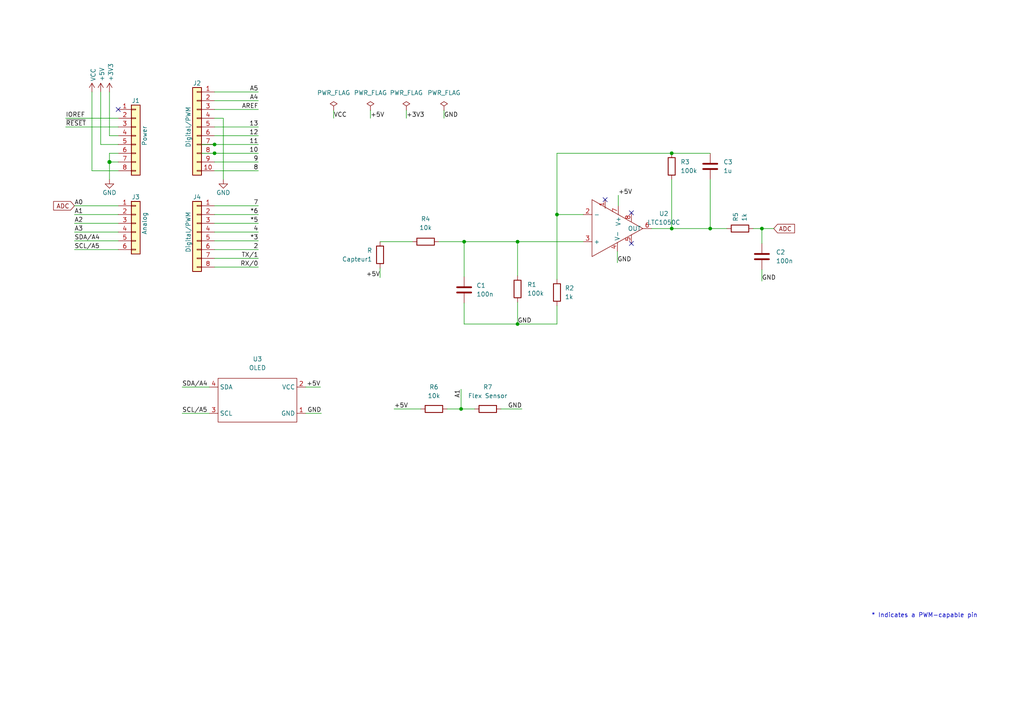
<source format=kicad_sch>
(kicad_sch (version 20211123) (generator eeschema)

  (uuid e63e39d7-6ac0-4ffd-8aa3-1841a4541b55)

  (paper "A4")

  (title_block
    (title "PCB Projet Capteur")
    (date "2023-03-27")
    (company "INSA Toulouse")
    (comment 1 "Emma Lisoir & Nina Alméras")
  )

  (lib_symbols
    (symbol "Connector_Generic:Conn_01x06" (pin_names (offset 1.016) hide) (in_bom yes) (on_board yes)
      (property "Reference" "J" (id 0) (at 0 7.62 0)
        (effects (font (size 1.27 1.27)))
      )
      (property "Value" "Conn_01x06" (id 1) (at 0 -10.16 0)
        (effects (font (size 1.27 1.27)))
      )
      (property "Footprint" "" (id 2) (at 0 0 0)
        (effects (font (size 1.27 1.27)) hide)
      )
      (property "Datasheet" "~" (id 3) (at 0 0 0)
        (effects (font (size 1.27 1.27)) hide)
      )
      (property "ki_keywords" "connector" (id 4) (at 0 0 0)
        (effects (font (size 1.27 1.27)) hide)
      )
      (property "ki_description" "Generic connector, single row, 01x06, script generated (kicad-library-utils/schlib/autogen/connector/)" (id 5) (at 0 0 0)
        (effects (font (size 1.27 1.27)) hide)
      )
      (property "ki_fp_filters" "Connector*:*_1x??_*" (id 6) (at 0 0 0)
        (effects (font (size 1.27 1.27)) hide)
      )
      (symbol "Conn_01x06_1_1"
        (rectangle (start -1.27 -7.493) (end 0 -7.747)
          (stroke (width 0.1524) (type default) (color 0 0 0 0))
          (fill (type none))
        )
        (rectangle (start -1.27 -4.953) (end 0 -5.207)
          (stroke (width 0.1524) (type default) (color 0 0 0 0))
          (fill (type none))
        )
        (rectangle (start -1.27 -2.413) (end 0 -2.667)
          (stroke (width 0.1524) (type default) (color 0 0 0 0))
          (fill (type none))
        )
        (rectangle (start -1.27 0.127) (end 0 -0.127)
          (stroke (width 0.1524) (type default) (color 0 0 0 0))
          (fill (type none))
        )
        (rectangle (start -1.27 2.667) (end 0 2.413)
          (stroke (width 0.1524) (type default) (color 0 0 0 0))
          (fill (type none))
        )
        (rectangle (start -1.27 5.207) (end 0 4.953)
          (stroke (width 0.1524) (type default) (color 0 0 0 0))
          (fill (type none))
        )
        (rectangle (start -1.27 6.35) (end 1.27 -8.89)
          (stroke (width 0.254) (type default) (color 0 0 0 0))
          (fill (type background))
        )
        (pin passive line (at -5.08 5.08 0) (length 3.81)
          (name "Pin_1" (effects (font (size 1.27 1.27))))
          (number "1" (effects (font (size 1.27 1.27))))
        )
        (pin passive line (at -5.08 2.54 0) (length 3.81)
          (name "Pin_2" (effects (font (size 1.27 1.27))))
          (number "2" (effects (font (size 1.27 1.27))))
        )
        (pin passive line (at -5.08 0 0) (length 3.81)
          (name "Pin_3" (effects (font (size 1.27 1.27))))
          (number "3" (effects (font (size 1.27 1.27))))
        )
        (pin passive line (at -5.08 -2.54 0) (length 3.81)
          (name "Pin_4" (effects (font (size 1.27 1.27))))
          (number "4" (effects (font (size 1.27 1.27))))
        )
        (pin passive line (at -5.08 -5.08 0) (length 3.81)
          (name "Pin_5" (effects (font (size 1.27 1.27))))
          (number "5" (effects (font (size 1.27 1.27))))
        )
        (pin passive line (at -5.08 -7.62 0) (length 3.81)
          (name "Pin_6" (effects (font (size 1.27 1.27))))
          (number "6" (effects (font (size 1.27 1.27))))
        )
      )
    )
    (symbol "Connector_Generic:Conn_01x08" (pin_names (offset 1.016) hide) (in_bom yes) (on_board yes)
      (property "Reference" "J" (id 0) (at 0 10.16 0)
        (effects (font (size 1.27 1.27)))
      )
      (property "Value" "Conn_01x08" (id 1) (at 0 -12.7 0)
        (effects (font (size 1.27 1.27)))
      )
      (property "Footprint" "" (id 2) (at 0 0 0)
        (effects (font (size 1.27 1.27)) hide)
      )
      (property "Datasheet" "~" (id 3) (at 0 0 0)
        (effects (font (size 1.27 1.27)) hide)
      )
      (property "ki_keywords" "connector" (id 4) (at 0 0 0)
        (effects (font (size 1.27 1.27)) hide)
      )
      (property "ki_description" "Generic connector, single row, 01x08, script generated (kicad-library-utils/schlib/autogen/connector/)" (id 5) (at 0 0 0)
        (effects (font (size 1.27 1.27)) hide)
      )
      (property "ki_fp_filters" "Connector*:*_1x??_*" (id 6) (at 0 0 0)
        (effects (font (size 1.27 1.27)) hide)
      )
      (symbol "Conn_01x08_1_1"
        (rectangle (start -1.27 -10.033) (end 0 -10.287)
          (stroke (width 0.1524) (type default) (color 0 0 0 0))
          (fill (type none))
        )
        (rectangle (start -1.27 -7.493) (end 0 -7.747)
          (stroke (width 0.1524) (type default) (color 0 0 0 0))
          (fill (type none))
        )
        (rectangle (start -1.27 -4.953) (end 0 -5.207)
          (stroke (width 0.1524) (type default) (color 0 0 0 0))
          (fill (type none))
        )
        (rectangle (start -1.27 -2.413) (end 0 -2.667)
          (stroke (width 0.1524) (type default) (color 0 0 0 0))
          (fill (type none))
        )
        (rectangle (start -1.27 0.127) (end 0 -0.127)
          (stroke (width 0.1524) (type default) (color 0 0 0 0))
          (fill (type none))
        )
        (rectangle (start -1.27 2.667) (end 0 2.413)
          (stroke (width 0.1524) (type default) (color 0 0 0 0))
          (fill (type none))
        )
        (rectangle (start -1.27 5.207) (end 0 4.953)
          (stroke (width 0.1524) (type default) (color 0 0 0 0))
          (fill (type none))
        )
        (rectangle (start -1.27 7.747) (end 0 7.493)
          (stroke (width 0.1524) (type default) (color 0 0 0 0))
          (fill (type none))
        )
        (rectangle (start -1.27 8.89) (end 1.27 -11.43)
          (stroke (width 0.254) (type default) (color 0 0 0 0))
          (fill (type background))
        )
        (pin passive line (at -5.08 7.62 0) (length 3.81)
          (name "Pin_1" (effects (font (size 1.27 1.27))))
          (number "1" (effects (font (size 1.27 1.27))))
        )
        (pin passive line (at -5.08 5.08 0) (length 3.81)
          (name "Pin_2" (effects (font (size 1.27 1.27))))
          (number "2" (effects (font (size 1.27 1.27))))
        )
        (pin passive line (at -5.08 2.54 0) (length 3.81)
          (name "Pin_3" (effects (font (size 1.27 1.27))))
          (number "3" (effects (font (size 1.27 1.27))))
        )
        (pin passive line (at -5.08 0 0) (length 3.81)
          (name "Pin_4" (effects (font (size 1.27 1.27))))
          (number "4" (effects (font (size 1.27 1.27))))
        )
        (pin passive line (at -5.08 -2.54 0) (length 3.81)
          (name "Pin_5" (effects (font (size 1.27 1.27))))
          (number "5" (effects (font (size 1.27 1.27))))
        )
        (pin passive line (at -5.08 -5.08 0) (length 3.81)
          (name "Pin_6" (effects (font (size 1.27 1.27))))
          (number "6" (effects (font (size 1.27 1.27))))
        )
        (pin passive line (at -5.08 -7.62 0) (length 3.81)
          (name "Pin_7" (effects (font (size 1.27 1.27))))
          (number "7" (effects (font (size 1.27 1.27))))
        )
        (pin passive line (at -5.08 -10.16 0) (length 3.81)
          (name "Pin_8" (effects (font (size 1.27 1.27))))
          (number "8" (effects (font (size 1.27 1.27))))
        )
      )
    )
    (symbol "Connector_Generic:Conn_01x10" (pin_names (offset 1.016) hide) (in_bom yes) (on_board yes)
      (property "Reference" "J" (id 0) (at 0 12.7 0)
        (effects (font (size 1.27 1.27)))
      )
      (property "Value" "Conn_01x10" (id 1) (at 0 -15.24 0)
        (effects (font (size 1.27 1.27)))
      )
      (property "Footprint" "" (id 2) (at 0 0 0)
        (effects (font (size 1.27 1.27)) hide)
      )
      (property "Datasheet" "~" (id 3) (at 0 0 0)
        (effects (font (size 1.27 1.27)) hide)
      )
      (property "ki_keywords" "connector" (id 4) (at 0 0 0)
        (effects (font (size 1.27 1.27)) hide)
      )
      (property "ki_description" "Generic connector, single row, 01x10, script generated (kicad-library-utils/schlib/autogen/connector/)" (id 5) (at 0 0 0)
        (effects (font (size 1.27 1.27)) hide)
      )
      (property "ki_fp_filters" "Connector*:*_1x??_*" (id 6) (at 0 0 0)
        (effects (font (size 1.27 1.27)) hide)
      )
      (symbol "Conn_01x10_1_1"
        (rectangle (start -1.27 -12.573) (end 0 -12.827)
          (stroke (width 0.1524) (type default) (color 0 0 0 0))
          (fill (type none))
        )
        (rectangle (start -1.27 -10.033) (end 0 -10.287)
          (stroke (width 0.1524) (type default) (color 0 0 0 0))
          (fill (type none))
        )
        (rectangle (start -1.27 -7.493) (end 0 -7.747)
          (stroke (width 0.1524) (type default) (color 0 0 0 0))
          (fill (type none))
        )
        (rectangle (start -1.27 -4.953) (end 0 -5.207)
          (stroke (width 0.1524) (type default) (color 0 0 0 0))
          (fill (type none))
        )
        (rectangle (start -1.27 -2.413) (end 0 -2.667)
          (stroke (width 0.1524) (type default) (color 0 0 0 0))
          (fill (type none))
        )
        (rectangle (start -1.27 0.127) (end 0 -0.127)
          (stroke (width 0.1524) (type default) (color 0 0 0 0))
          (fill (type none))
        )
        (rectangle (start -1.27 2.667) (end 0 2.413)
          (stroke (width 0.1524) (type default) (color 0 0 0 0))
          (fill (type none))
        )
        (rectangle (start -1.27 5.207) (end 0 4.953)
          (stroke (width 0.1524) (type default) (color 0 0 0 0))
          (fill (type none))
        )
        (rectangle (start -1.27 7.747) (end 0 7.493)
          (stroke (width 0.1524) (type default) (color 0 0 0 0))
          (fill (type none))
        )
        (rectangle (start -1.27 10.287) (end 0 10.033)
          (stroke (width 0.1524) (type default) (color 0 0 0 0))
          (fill (type none))
        )
        (rectangle (start -1.27 11.43) (end 1.27 -13.97)
          (stroke (width 0.254) (type default) (color 0 0 0 0))
          (fill (type background))
        )
        (pin passive line (at -5.08 10.16 0) (length 3.81)
          (name "Pin_1" (effects (font (size 1.27 1.27))))
          (number "1" (effects (font (size 1.27 1.27))))
        )
        (pin passive line (at -5.08 -12.7 0) (length 3.81)
          (name "Pin_10" (effects (font (size 1.27 1.27))))
          (number "10" (effects (font (size 1.27 1.27))))
        )
        (pin passive line (at -5.08 7.62 0) (length 3.81)
          (name "Pin_2" (effects (font (size 1.27 1.27))))
          (number "2" (effects (font (size 1.27 1.27))))
        )
        (pin passive line (at -5.08 5.08 0) (length 3.81)
          (name "Pin_3" (effects (font (size 1.27 1.27))))
          (number "3" (effects (font (size 1.27 1.27))))
        )
        (pin passive line (at -5.08 2.54 0) (length 3.81)
          (name "Pin_4" (effects (font (size 1.27 1.27))))
          (number "4" (effects (font (size 1.27 1.27))))
        )
        (pin passive line (at -5.08 0 0) (length 3.81)
          (name "Pin_5" (effects (font (size 1.27 1.27))))
          (number "5" (effects (font (size 1.27 1.27))))
        )
        (pin passive line (at -5.08 -2.54 0) (length 3.81)
          (name "Pin_6" (effects (font (size 1.27 1.27))))
          (number "6" (effects (font (size 1.27 1.27))))
        )
        (pin passive line (at -5.08 -5.08 0) (length 3.81)
          (name "Pin_7" (effects (font (size 1.27 1.27))))
          (number "7" (effects (font (size 1.27 1.27))))
        )
        (pin passive line (at -5.08 -7.62 0) (length 3.81)
          (name "Pin_8" (effects (font (size 1.27 1.27))))
          (number "8" (effects (font (size 1.27 1.27))))
        )
        (pin passive line (at -5.08 -10.16 0) (length 3.81)
          (name "Pin_9" (effects (font (size 1.27 1.27))))
          (number "9" (effects (font (size 1.27 1.27))))
        )
      )
    )
    (symbol "Device:C" (pin_numbers hide) (pin_names (offset 0.254)) (in_bom yes) (on_board yes)
      (property "Reference" "C" (id 0) (at 0.635 2.54 0)
        (effects (font (size 1.27 1.27)) (justify left))
      )
      (property "Value" "C" (id 1) (at 0.635 -2.54 0)
        (effects (font (size 1.27 1.27)) (justify left))
      )
      (property "Footprint" "" (id 2) (at 0.9652 -3.81 0)
        (effects (font (size 1.27 1.27)) hide)
      )
      (property "Datasheet" "~" (id 3) (at 0 0 0)
        (effects (font (size 1.27 1.27)) hide)
      )
      (property "ki_keywords" "cap capacitor" (id 4) (at 0 0 0)
        (effects (font (size 1.27 1.27)) hide)
      )
      (property "ki_description" "Unpolarized capacitor" (id 5) (at 0 0 0)
        (effects (font (size 1.27 1.27)) hide)
      )
      (property "ki_fp_filters" "C_*" (id 6) (at 0 0 0)
        (effects (font (size 1.27 1.27)) hide)
      )
      (symbol "C_0_1"
        (polyline
          (pts
            (xy -2.032 -0.762)
            (xy 2.032 -0.762)
          )
          (stroke (width 0.508) (type default) (color 0 0 0 0))
          (fill (type none))
        )
        (polyline
          (pts
            (xy -2.032 0.762)
            (xy 2.032 0.762)
          )
          (stroke (width 0.508) (type default) (color 0 0 0 0))
          (fill (type none))
        )
      )
      (symbol "C_1_1"
        (pin passive line (at 0 3.81 270) (length 2.794)
          (name "~" (effects (font (size 1.27 1.27))))
          (number "1" (effects (font (size 1.27 1.27))))
        )
        (pin passive line (at 0 -3.81 90) (length 2.794)
          (name "~" (effects (font (size 1.27 1.27))))
          (number "2" (effects (font (size 1.27 1.27))))
        )
      )
    )
    (symbol "Device:R" (pin_numbers hide) (pin_names (offset 0)) (in_bom yes) (on_board yes)
      (property "Reference" "R" (id 0) (at 2.032 0 90)
        (effects (font (size 1.27 1.27)))
      )
      (property "Value" "R" (id 1) (at 0 0 90)
        (effects (font (size 1.27 1.27)))
      )
      (property "Footprint" "" (id 2) (at -1.778 0 90)
        (effects (font (size 1.27 1.27)) hide)
      )
      (property "Datasheet" "~" (id 3) (at 0 0 0)
        (effects (font (size 1.27 1.27)) hide)
      )
      (property "ki_keywords" "R res resistor" (id 4) (at 0 0 0)
        (effects (font (size 1.27 1.27)) hide)
      )
      (property "ki_description" "Resistor" (id 5) (at 0 0 0)
        (effects (font (size 1.27 1.27)) hide)
      )
      (property "ki_fp_filters" "R_*" (id 6) (at 0 0 0)
        (effects (font (size 1.27 1.27)) hide)
      )
      (symbol "R_0_1"
        (rectangle (start -1.016 -2.54) (end 1.016 2.54)
          (stroke (width 0.254) (type default) (color 0 0 0 0))
          (fill (type none))
        )
      )
      (symbol "R_1_1"
        (pin passive line (at 0 3.81 270) (length 1.27)
          (name "~" (effects (font (size 1.27 1.27))))
          (number "1" (effects (font (size 1.27 1.27))))
        )
        (pin passive line (at 0 -3.81 90) (length 1.27)
          (name "~" (effects (font (size 1.27 1.27))))
          (number "2" (effects (font (size 1.27 1.27))))
        )
      )
    )
    (symbol "Librairie_Capteur_Graphite:LTC1050C" (in_bom yes) (on_board yes)
      (property "Reference" "U" (id 0) (at 6.35 -5.08 0)
        (effects (font (size 1.27 1.27)))
      )
      (property "Value" "LTC1050C" (id 1) (at 6.35 -7.62 0)
        (effects (font (size 1.27 1.27)))
      )
      (property "Footprint" "" (id 2) (at 0 0 0)
        (effects (font (size 1.27 1.27)) hide)
      )
      (property "Datasheet" "" (id 3) (at 0 0 0)
        (effects (font (size 1.27 1.27)) hide)
      )
      (symbol "LTC1050C_0_1"
        (polyline
          (pts
            (xy -12.7 -5.08)
            (xy -12.7 -21.59)
            (xy 2.032 -13.462)
            (xy -12.7 -5.08)
          )
          (stroke (width 0) (type default) (color 0 0 0 0))
          (fill (type none))
        )
      )
      (symbol "LTC1050C_1_1"
        (pin input line (at -8.89 -5.08 270) (length 2.54)
          (name "" (effects (font (size 1.27 1.27))))
          (number "1" (effects (font (size 1.27 1.27))))
        )
        (pin input line (at -15.24 -9.398 0) (length 2.54)
          (name "-" (effects (font (size 1.27 1.27))))
          (number "2" (effects (font (size 1.27 1.27))))
        )
        (pin input line (at -15.24 -17.272 0) (length 2.54)
          (name "+" (effects (font (size 1.27 1.27))))
          (number "3" (effects (font (size 1.27 1.27))))
        )
        (pin input line (at -5.334 -20.066 90) (length 2.54)
          (name "V-" (effects (font (size 1.27 1.27))))
          (number "4" (effects (font (size 1.27 1.27))))
        )
        (pin input line (at -1.27 -17.78 90) (length 2.54)
          (name "" (effects (font (size 1.27 1.27))))
          (number "5" (effects (font (size 1.27 1.27))))
        )
        (pin output line (at 4.572 -13.462 180) (length 2.54)
          (name "OUT" (effects (font (size 1.27 1.27))))
          (number "6" (effects (font (size 1.27 1.27))))
        )
        (pin input line (at -5.08 -6.858 270) (length 2.54)
          (name "V+" (effects (font (size 1.27 1.27))))
          (number "7" (effects (font (size 1.27 1.27))))
        )
        (pin input line (at -1.27 -8.89 270) (length 2.54)
          (name "" (effects (font (size 1.27 1.27))))
          (number "8" (effects (font (size 1.27 1.27))))
        )
      )
    )
    (symbol "OLED_1" (in_bom yes) (on_board yes)
      (property "Reference" "U3" (id 0) (at 0 0 0)
        (effects (font (size 1.27 1.27)))
      )
      (property "Value" "OLED_1" (id 1) (at 0 -8.89 0)
        (effects (font (size 1.27 1.27)))
      )
      (property "Footprint" "" (id 2) (at 0 0 0)
        (effects (font (size 1.27 1.27)) hide)
      )
      (property "Datasheet" "" (id 3) (at 0 0 0)
        (effects (font (size 1.27 1.27)) hide)
      )
      (symbol "OLED_1_0_1"
        (rectangle (start -11.43 -2.54) (end 11.43 -15.24)
          (stroke (width 0) (type default) (color 0 0 0 0))
          (fill (type none))
        )
      )
      (symbol "OLED_1_1_1"
        (pin input line (at 13.97 -12.7 180) (length 2.54)
          (name "GND" (effects (font (size 1.27 1.27))))
          (number "1" (effects (font (size 1.27 1.27))))
        )
        (pin input line (at 13.97 -5.08 180) (length 2.54)
          (name "VCC" (effects (font (size 1.27 1.27))))
          (number "2" (effects (font (size 1.27 1.27))))
        )
        (pin bidirectional line (at -13.97 -12.7 0) (length 2.54)
          (name "SCL" (effects (font (size 1.27 1.27))))
          (number "3" (effects (font (size 1.27 1.27))))
        )
        (pin bidirectional line (at -13.97 -5.08 0) (length 2.54)
          (name "SDA" (effects (font (size 1.27 1.27))))
          (number "4" (effects (font (size 1.27 1.27))))
        )
      )
    )
    (symbol "power:+3V3" (power) (pin_names (offset 0)) (in_bom yes) (on_board yes)
      (property "Reference" "#PWR" (id 0) (at 0 -3.81 0)
        (effects (font (size 1.27 1.27)) hide)
      )
      (property "Value" "+3V3" (id 1) (at 0 3.556 0)
        (effects (font (size 1.27 1.27)))
      )
      (property "Footprint" "" (id 2) (at 0 0 0)
        (effects (font (size 1.27 1.27)) hide)
      )
      (property "Datasheet" "" (id 3) (at 0 0 0)
        (effects (font (size 1.27 1.27)) hide)
      )
      (property "ki_keywords" "power-flag" (id 4) (at 0 0 0)
        (effects (font (size 1.27 1.27)) hide)
      )
      (property "ki_description" "Power symbol creates a global label with name \"+3V3\"" (id 5) (at 0 0 0)
        (effects (font (size 1.27 1.27)) hide)
      )
      (symbol "+3V3_0_1"
        (polyline
          (pts
            (xy -0.762 1.27)
            (xy 0 2.54)
          )
          (stroke (width 0) (type default) (color 0 0 0 0))
          (fill (type none))
        )
        (polyline
          (pts
            (xy 0 0)
            (xy 0 2.54)
          )
          (stroke (width 0) (type default) (color 0 0 0 0))
          (fill (type none))
        )
        (polyline
          (pts
            (xy 0 2.54)
            (xy 0.762 1.27)
          )
          (stroke (width 0) (type default) (color 0 0 0 0))
          (fill (type none))
        )
      )
      (symbol "+3V3_1_1"
        (pin power_in line (at 0 0 90) (length 0) hide
          (name "+3V3" (effects (font (size 1.27 1.27))))
          (number "1" (effects (font (size 1.27 1.27))))
        )
      )
    )
    (symbol "power:+5V" (power) (pin_names (offset 0)) (in_bom yes) (on_board yes)
      (property "Reference" "#PWR" (id 0) (at 0 -3.81 0)
        (effects (font (size 1.27 1.27)) hide)
      )
      (property "Value" "+5V" (id 1) (at 0 3.556 0)
        (effects (font (size 1.27 1.27)))
      )
      (property "Footprint" "" (id 2) (at 0 0 0)
        (effects (font (size 1.27 1.27)) hide)
      )
      (property "Datasheet" "" (id 3) (at 0 0 0)
        (effects (font (size 1.27 1.27)) hide)
      )
      (property "ki_keywords" "power-flag" (id 4) (at 0 0 0)
        (effects (font (size 1.27 1.27)) hide)
      )
      (property "ki_description" "Power symbol creates a global label with name \"+5V\"" (id 5) (at 0 0 0)
        (effects (font (size 1.27 1.27)) hide)
      )
      (symbol "+5V_0_1"
        (polyline
          (pts
            (xy -0.762 1.27)
            (xy 0 2.54)
          )
          (stroke (width 0) (type default) (color 0 0 0 0))
          (fill (type none))
        )
        (polyline
          (pts
            (xy 0 0)
            (xy 0 2.54)
          )
          (stroke (width 0) (type default) (color 0 0 0 0))
          (fill (type none))
        )
        (polyline
          (pts
            (xy 0 2.54)
            (xy 0.762 1.27)
          )
          (stroke (width 0) (type default) (color 0 0 0 0))
          (fill (type none))
        )
      )
      (symbol "+5V_1_1"
        (pin power_in line (at 0 0 90) (length 0) hide
          (name "+5V" (effects (font (size 1.27 1.27))))
          (number "1" (effects (font (size 1.27 1.27))))
        )
      )
    )
    (symbol "power:GND" (power) (pin_names (offset 0)) (in_bom yes) (on_board yes)
      (property "Reference" "#PWR" (id 0) (at 0 -6.35 0)
        (effects (font (size 1.27 1.27)) hide)
      )
      (property "Value" "GND" (id 1) (at 0 -3.81 0)
        (effects (font (size 1.27 1.27)))
      )
      (property "Footprint" "" (id 2) (at 0 0 0)
        (effects (font (size 1.27 1.27)) hide)
      )
      (property "Datasheet" "" (id 3) (at 0 0 0)
        (effects (font (size 1.27 1.27)) hide)
      )
      (property "ki_keywords" "power-flag" (id 4) (at 0 0 0)
        (effects (font (size 1.27 1.27)) hide)
      )
      (property "ki_description" "Power symbol creates a global label with name \"GND\" , ground" (id 5) (at 0 0 0)
        (effects (font (size 1.27 1.27)) hide)
      )
      (symbol "GND_0_1"
        (polyline
          (pts
            (xy 0 0)
            (xy 0 -1.27)
            (xy 1.27 -1.27)
            (xy 0 -2.54)
            (xy -1.27 -1.27)
            (xy 0 -1.27)
          )
          (stroke (width 0) (type default) (color 0 0 0 0))
          (fill (type none))
        )
      )
      (symbol "GND_1_1"
        (pin power_in line (at 0 0 270) (length 0) hide
          (name "GND" (effects (font (size 1.27 1.27))))
          (number "1" (effects (font (size 1.27 1.27))))
        )
      )
    )
    (symbol "power:PWR_FLAG" (power) (pin_numbers hide) (pin_names (offset 0) hide) (in_bom yes) (on_board yes)
      (property "Reference" "#FLG" (id 0) (at 0 1.905 0)
        (effects (font (size 1.27 1.27)) hide)
      )
      (property "Value" "PWR_FLAG" (id 1) (at 0 3.81 0)
        (effects (font (size 1.27 1.27)))
      )
      (property "Footprint" "" (id 2) (at 0 0 0)
        (effects (font (size 1.27 1.27)) hide)
      )
      (property "Datasheet" "~" (id 3) (at 0 0 0)
        (effects (font (size 1.27 1.27)) hide)
      )
      (property "ki_keywords" "power-flag" (id 4) (at 0 0 0)
        (effects (font (size 1.27 1.27)) hide)
      )
      (property "ki_description" "Special symbol for telling ERC where power comes from" (id 5) (at 0 0 0)
        (effects (font (size 1.27 1.27)) hide)
      )
      (symbol "PWR_FLAG_0_0"
        (pin power_out line (at 0 0 90) (length 0)
          (name "pwr" (effects (font (size 1.27 1.27))))
          (number "1" (effects (font (size 1.27 1.27))))
        )
      )
      (symbol "PWR_FLAG_0_1"
        (polyline
          (pts
            (xy 0 0)
            (xy 0 1.27)
            (xy -1.016 1.905)
            (xy 0 2.54)
            (xy 1.016 1.905)
            (xy 0 1.27)
          )
          (stroke (width 0) (type default) (color 0 0 0 0))
          (fill (type none))
        )
      )
    )
    (symbol "power:VCC" (power) (pin_names (offset 0)) (in_bom yes) (on_board yes)
      (property "Reference" "#PWR" (id 0) (at 0 -3.81 0)
        (effects (font (size 1.27 1.27)) hide)
      )
      (property "Value" "VCC" (id 1) (at 0 3.81 0)
        (effects (font (size 1.27 1.27)))
      )
      (property "Footprint" "" (id 2) (at 0 0 0)
        (effects (font (size 1.27 1.27)) hide)
      )
      (property "Datasheet" "" (id 3) (at 0 0 0)
        (effects (font (size 1.27 1.27)) hide)
      )
      (property "ki_keywords" "power-flag" (id 4) (at 0 0 0)
        (effects (font (size 1.27 1.27)) hide)
      )
      (property "ki_description" "Power symbol creates a global label with name \"VCC\"" (id 5) (at 0 0 0)
        (effects (font (size 1.27 1.27)) hide)
      )
      (symbol "VCC_0_1"
        (polyline
          (pts
            (xy -0.762 1.27)
            (xy 0 2.54)
          )
          (stroke (width 0) (type default) (color 0 0 0 0))
          (fill (type none))
        )
        (polyline
          (pts
            (xy 0 0)
            (xy 0 2.54)
          )
          (stroke (width 0) (type default) (color 0 0 0 0))
          (fill (type none))
        )
        (polyline
          (pts
            (xy 0 2.54)
            (xy 0.762 1.27)
          )
          (stroke (width 0) (type default) (color 0 0 0 0))
          (fill (type none))
        )
      )
      (symbol "VCC_1_1"
        (pin power_in line (at 0 0 90) (length 0) hide
          (name "VCC" (effects (font (size 1.27 1.27))))
          (number "1" (effects (font (size 1.27 1.27))))
        )
      )
    )
  )


  (junction (at 31.75 46.99) (diameter 1.016) (color 0 0 0 0)
    (uuid 3dcc657b-55a1-48e0-9667-e01e7b6b08b5)
  )
  (junction (at 62.23 44.45) (diameter 0) (color 0 0 0 0)
    (uuid 59999a32-7f5b-4411-b0bc-2c6d71a835c9)
  )
  (junction (at 62.23 41.91) (diameter 0) (color 0 0 0 0)
    (uuid 69dd4add-ec3f-4edd-b616-0f0015358fa8)
  )
  (junction (at 133.731 118.618) (diameter 0) (color 0 0 0 0)
    (uuid 6d4f0f20-3b97-42e4-b0eb-60998bfdc3e8)
  )
  (junction (at 150.114 70.104) (diameter 0) (color 0 0 0 0)
    (uuid 73130d33-adbe-49d6-97be-142624dd8535)
  )
  (junction (at 194.818 44.45) (diameter 0) (color 0 0 0 0)
    (uuid 79b559af-6574-41e7-ab56-d1b14c237771)
  )
  (junction (at 220.98 66.294) (diameter 0) (color 0 0 0 0)
    (uuid a591a67e-c323-4c49-81e1-8cbf9891d660)
  )
  (junction (at 134.62 70.104) (diameter 0) (color 0 0 0 0)
    (uuid a8b3af3c-010e-4be6-940c-087c77fdd298)
  )
  (junction (at 150.114 93.98) (diameter 0) (color 0 0 0 0)
    (uuid ba6600f0-5663-4949-b033-3f6a4555cc82)
  )
  (junction (at 161.544 62.23) (diameter 0) (color 0 0 0 0)
    (uuid bf404782-a921-46d5-b740-d1ff4528d6ab)
  )
  (junction (at 194.818 66.294) (diameter 0) (color 0 0 0 0)
    (uuid cbff5ea7-14ec-49fb-b49d-a3c9161b13f4)
  )
  (junction (at 205.994 66.294) (diameter 0) (color 0 0 0 0)
    (uuid db7bea1b-4e68-4853-a476-b571e3ef6238)
  )

  (no_connect (at 175.514 57.912) (uuid adf4a721-43d4-489b-b813-d65e13bdcbd0))
  (no_connect (at 183.134 61.722) (uuid adf4a721-43d4-489b-b813-d65e13bdcbd1))
  (no_connect (at 183.134 70.612) (uuid adf4a721-43d4-489b-b813-d65e13bdcbd2))
  (no_connect (at 34.29 31.75) (uuid d181157c-7812-47e5-a0cf-9580c905fc86))

  (wire (pts (xy 62.23 77.47) (xy 74.93 77.47))
    (stroke (width 0) (type solid) (color 0 0 0 0))
    (uuid 010ba307-2067-49d3-b0fa-6414143f3fc2)
  )
  (wire (pts (xy 127.254 70.104) (xy 134.62 70.104))
    (stroke (width 0) (type default) (color 0 0 0 0))
    (uuid 03fbc75a-ab41-47d2-85b7-b69829aaab39)
  )
  (wire (pts (xy 58.42 44.45) (xy 62.23 44.45))
    (stroke (width 0) (type solid) (color 0 0 0 0))
    (uuid 09480ba4-37da-45e3-b9fe-6beebf876349)
  )
  (wire (pts (xy 161.544 93.98) (xy 150.114 93.98))
    (stroke (width 0) (type default) (color 0 0 0 0))
    (uuid 095fe2bf-deb6-4f3a-a63b-c1e798d8211e)
  )
  (wire (pts (xy 161.544 62.23) (xy 161.544 44.45))
    (stroke (width 0) (type default) (color 0 0 0 0))
    (uuid 0b1ccec8-56a2-4888-be2f-204c445d3817)
  )
  (wire (pts (xy 133.731 112.903) (xy 133.731 118.618))
    (stroke (width 0) (type default) (color 0 0 0 0))
    (uuid 0dc5f1c0-c7be-4eb1-a6e5-af1965857311)
  )
  (wire (pts (xy 62.23 26.67) (xy 74.93 26.67))
    (stroke (width 0) (type solid) (color 0 0 0 0))
    (uuid 0f5d2189-4ead-42fa-8f7a-cfa3af4de132)
  )
  (wire (pts (xy 62.23 44.45) (xy 74.93 44.45))
    (stroke (width 0) (type solid) (color 0 0 0 0))
    (uuid 0fb94e5f-690d-4dfb-bf25-b4bf39ccf44d)
  )
  (wire (pts (xy 205.994 52.07) (xy 205.994 66.294))
    (stroke (width 0) (type default) (color 0 0 0 0))
    (uuid 1593e656-80bd-4eee-ac07-dc0259a26f03)
  )
  (wire (pts (xy 31.75 44.45) (xy 31.75 46.99))
    (stroke (width 0) (type solid) (color 0 0 0 0))
    (uuid 1c31b835-925f-4a5c-92df-8f2558bb711b)
  )
  (wire (pts (xy 134.62 80.264) (xy 134.62 70.104))
    (stroke (width 0) (type default) (color 0 0 0 0))
    (uuid 205d0460-753c-43bb-b26d-1cb6e96d4775)
  )
  (wire (pts (xy 21.59 72.39) (xy 34.29 72.39))
    (stroke (width 0) (type solid) (color 0 0 0 0))
    (uuid 20854542-d0b0-4be7-af02-0e5fceb34e01)
  )
  (wire (pts (xy 179.324 56.642) (xy 179.324 59.69))
    (stroke (width 0) (type default) (color 0 0 0 0))
    (uuid 2174df93-66e3-4452-bf48-76d739935cdb)
  )
  (wire (pts (xy 110.236 80.518) (xy 110.236 77.724))
    (stroke (width 0) (type default) (color 0 0 0 0))
    (uuid 24cb1b62-f41b-46f9-82ea-9227576b13da)
  )
  (wire (pts (xy 179.07 72.898) (xy 179.07 76.2))
    (stroke (width 0) (type default) (color 0 0 0 0))
    (uuid 2bf470ca-67f5-4d45-9e31-a3cfb3566c3a)
  )
  (wire (pts (xy 31.75 46.99) (xy 31.75 52.07))
    (stroke (width 0) (type solid) (color 0 0 0 0))
    (uuid 2df788b2-ce68-49bc-a497-4b6570a17f30)
  )
  (wire (pts (xy 114.3 118.618) (xy 122.047 118.618))
    (stroke (width 0) (type default) (color 0 0 0 0))
    (uuid 2f260348-d94c-47e8-8061-20d36fed68a6)
  )
  (wire (pts (xy 31.75 39.37) (xy 34.29 39.37))
    (stroke (width 0) (type solid) (color 0 0 0 0))
    (uuid 3334b11d-5a13-40b4-a117-d693c543e4ab)
  )
  (wire (pts (xy 29.21 41.91) (xy 34.29 41.91))
    (stroke (width 0) (type solid) (color 0 0 0 0))
    (uuid 3661f80c-fef8-4441-83be-df8930b3b45e)
  )
  (wire (pts (xy 134.62 93.98) (xy 150.114 93.98))
    (stroke (width 0) (type default) (color 0 0 0 0))
    (uuid 3738c4d7-b9f3-4c7f-ad7e-6219f3135e19)
  )
  (wire (pts (xy 29.21 26.67) (xy 29.21 41.91))
    (stroke (width 0) (type solid) (color 0 0 0 0))
    (uuid 392bf1f6-bf67-427d-8d4c-0a87cb757556)
  )
  (wire (pts (xy 194.818 52.07) (xy 194.818 66.294))
    (stroke (width 0) (type default) (color 0 0 0 0))
    (uuid 3def2800-1aaf-4b13-9765-19dd95f8e3da)
  )
  (wire (pts (xy 62.23 36.83) (xy 74.93 36.83))
    (stroke (width 0) (type solid) (color 0 0 0 0))
    (uuid 4227fa6f-c399-4f14-8228-23e39d2b7e7d)
  )
  (wire (pts (xy 31.75 26.67) (xy 31.75 39.37))
    (stroke (width 0) (type solid) (color 0 0 0 0))
    (uuid 442fb4de-4d55-45de-bc27-3e6222ceb890)
  )
  (wire (pts (xy 62.23 59.69) (xy 74.93 59.69))
    (stroke (width 0) (type solid) (color 0 0 0 0))
    (uuid 4455ee2e-5642-42c1-a83b-f7e65fa0c2f1)
  )
  (wire (pts (xy 34.29 59.69) (xy 21.59 59.69))
    (stroke (width 0) (type solid) (color 0 0 0 0))
    (uuid 486ca832-85f4-4989-b0f4-569faf9be534)
  )
  (wire (pts (xy 62.23 39.37) (xy 74.93 39.37))
    (stroke (width 0) (type solid) (color 0 0 0 0))
    (uuid 4a910b57-a5cd-4105-ab4f-bde2a80d4f00)
  )
  (wire (pts (xy 88.646 119.888) (xy 93.218 119.888))
    (stroke (width 0) (type default) (color 0 0 0 0))
    (uuid 4b9f95b8-a52d-4b80-a8da-21532548b3df)
  )
  (wire (pts (xy 62.23 62.23) (xy 74.93 62.23))
    (stroke (width 0) (type solid) (color 0 0 0 0))
    (uuid 4e60e1af-19bd-45a0-b418-b7030b594dde)
  )
  (wire (pts (xy 150.114 80.01) (xy 150.114 70.104))
    (stroke (width 0) (type default) (color 0 0 0 0))
    (uuid 5582ccb2-7352-41e0-bea3-d79ac33ded3e)
  )
  (wire (pts (xy 107.442 32.004) (xy 107.442 34.29))
    (stroke (width 0) (type default) (color 0 0 0 0))
    (uuid 5c12838a-d357-4b17-9a9e-cb3daf874685)
  )
  (wire (pts (xy 220.98 66.294) (xy 220.98 70.612))
    (stroke (width 0) (type default) (color 0 0 0 0))
    (uuid 603ca47c-4efa-4747-ab12-36fa0a3adc00)
  )
  (wire (pts (xy 161.544 62.23) (xy 161.544 81.026))
    (stroke (width 0) (type default) (color 0 0 0 0))
    (uuid 63ca2b9a-a9b7-49f6-95f4-d57e49abae19)
  )
  (wire (pts (xy 62.23 46.99) (xy 74.93 46.99))
    (stroke (width 0) (type solid) (color 0 0 0 0))
    (uuid 63f2b71b-521b-4210-bf06-ed65e330fccc)
  )
  (wire (pts (xy 96.774 32.004) (xy 96.774 34.29))
    (stroke (width 0) (type default) (color 0 0 0 0))
    (uuid 668257b9-5390-4339-a2e4-0048bdc1f4d2)
  )
  (wire (pts (xy 62.23 67.31) (xy 74.93 67.31))
    (stroke (width 0) (type solid) (color 0 0 0 0))
    (uuid 6bb3ea5f-9e60-4add-9d97-244be2cf61d2)
  )
  (wire (pts (xy 134.62 87.884) (xy 134.62 93.98))
    (stroke (width 0) (type default) (color 0 0 0 0))
    (uuid 6be633db-c9b6-480f-92a6-cd06a3189530)
  )
  (wire (pts (xy 205.994 66.294) (xy 194.818 66.294))
    (stroke (width 0) (type default) (color 0 0 0 0))
    (uuid 6c70e7e4-79ff-4506-af39-7338f959b4e7)
  )
  (wire (pts (xy 218.44 66.294) (xy 220.98 66.294))
    (stroke (width 0) (type default) (color 0 0 0 0))
    (uuid 6f8ecc8b-929f-46a7-aae2-d76a9b28e639)
  )
  (wire (pts (xy 19.05 34.29) (xy 34.29 34.29))
    (stroke (width 0) (type solid) (color 0 0 0 0))
    (uuid 73d4774c-1387-4550-b580-a1cc0ac89b89)
  )
  (wire (pts (xy 64.77 34.29) (xy 64.77 52.07))
    (stroke (width 0) (type solid) (color 0 0 0 0))
    (uuid 84ce350c-b0c1-4e69-9ab2-f7ec7b8bb312)
  )
  (wire (pts (xy 128.778 32.004) (xy 128.778 34.29))
    (stroke (width 0) (type default) (color 0 0 0 0))
    (uuid 880b531d-6a60-401c-be74-7720de7ba1d8)
  )
  (wire (pts (xy 62.23 31.75) (xy 74.93 31.75))
    (stroke (width 0) (type solid) (color 0 0 0 0))
    (uuid 8a3d35a2-f0f6-4dec-a606-7c8e288ca828)
  )
  (wire (pts (xy 88.646 112.268) (xy 92.964 112.268))
    (stroke (width 0) (type default) (color 0 0 0 0))
    (uuid 8bb86ceb-b95f-4273-ba57-cacb401a94b1)
  )
  (wire (pts (xy 110.236 70.104) (xy 119.634 70.104))
    (stroke (width 0) (type default) (color 0 0 0 0))
    (uuid 8c604f94-3552-45a9-a383-f14bfdc11910)
  )
  (wire (pts (xy 150.114 70.104) (xy 169.164 70.104))
    (stroke (width 0) (type default) (color 0 0 0 0))
    (uuid 8f1030dd-c1cb-4276-a046-ce649910f991)
  )
  (wire (pts (xy 52.832 119.888) (xy 60.706 119.888))
    (stroke (width 0) (type default) (color 0 0 0 0))
    (uuid 91463ef5-386a-47d3-a259-85f0f14a86f8)
  )
  (wire (pts (xy 34.29 64.77) (xy 21.59 64.77))
    (stroke (width 0) (type solid) (color 0 0 0 0))
    (uuid 9377eb1a-3b12-438c-8ebd-f86ace1e8d25)
  )
  (wire (pts (xy 19.05 36.83) (xy 34.29 36.83))
    (stroke (width 0) (type solid) (color 0 0 0 0))
    (uuid 93e52853-9d1e-4afe-aee8-b825ab9f5d09)
  )
  (wire (pts (xy 34.29 46.99) (xy 31.75 46.99))
    (stroke (width 0) (type solid) (color 0 0 0 0))
    (uuid 97df9ac9-dbb8-472e-b84f-3684d0eb5efc)
  )
  (wire (pts (xy 220.98 78.232) (xy 220.98 81.534))
    (stroke (width 0) (type default) (color 0 0 0 0))
    (uuid 9bb78e54-8e71-4911-a8ff-61ff5677dad2)
  )
  (wire (pts (xy 34.29 49.53) (xy 26.67 49.53))
    (stroke (width 0) (type solid) (color 0 0 0 0))
    (uuid a7518f9d-05df-4211-ba17-5d615f04ec46)
  )
  (wire (pts (xy 117.856 32.004) (xy 117.856 34.29))
    (stroke (width 0) (type default) (color 0 0 0 0))
    (uuid aa9ef514-cf29-4d26-b7b9-7ff39a98fdc5)
  )
  (wire (pts (xy 21.59 62.23) (xy 34.29 62.23))
    (stroke (width 0) (type solid) (color 0 0 0 0))
    (uuid aab97e46-23d6-4cbf-8684-537b94306d68)
  )
  (wire (pts (xy 194.818 66.294) (xy 188.976 66.294))
    (stroke (width 0) (type default) (color 0 0 0 0))
    (uuid af88a0b8-b62a-4c16-8984-6813917fff67)
  )
  (wire (pts (xy 62.23 41.91) (xy 74.93 41.91))
    (stroke (width 0) (type solid) (color 0 0 0 0))
    (uuid afe31d4e-e1c5-43fc-b20b-0606437e1f76)
  )
  (wire (pts (xy 129.667 118.618) (xy 133.731 118.618))
    (stroke (width 0) (type default) (color 0 0 0 0))
    (uuid b1c6215b-5a9f-4f48-a1a1-0d376ec776e7)
  )
  (wire (pts (xy 205.994 66.294) (xy 210.82 66.294))
    (stroke (width 0) (type default) (color 0 0 0 0))
    (uuid b9b25a02-8d82-49fd-8724-9986988e26c7)
  )
  (wire (pts (xy 62.23 34.29) (xy 64.77 34.29))
    (stroke (width 0) (type solid) (color 0 0 0 0))
    (uuid bcbc7302-8a54-4b9b-98b9-f277f1b20941)
  )
  (wire (pts (xy 145.288 118.618) (xy 151.384 118.618))
    (stroke (width 0) (type default) (color 0 0 0 0))
    (uuid bdafd5d9-8fda-46d5-b6e6-a48ea4cd2262)
  )
  (wire (pts (xy 34.29 44.45) (xy 31.75 44.45))
    (stroke (width 0) (type solid) (color 0 0 0 0))
    (uuid c12796ad-cf20-466f-9ab3-9cf441392c32)
  )
  (wire (pts (xy 161.544 88.646) (xy 161.544 93.98))
    (stroke (width 0) (type default) (color 0 0 0 0))
    (uuid c308879b-1f3a-427c-802a-55115ee9233e)
  )
  (wire (pts (xy 134.62 70.104) (xy 150.114 70.104))
    (stroke (width 0) (type default) (color 0 0 0 0))
    (uuid c50af728-0aec-4858-8f41-23a98d9d37c0)
  )
  (wire (pts (xy 58.42 41.91) (xy 62.23 41.91))
    (stroke (width 0) (type solid) (color 0 0 0 0))
    (uuid c722a1ff-12f1-49e5-88a4-44ffeb509ca2)
  )
  (wire (pts (xy 62.23 64.77) (xy 74.93 64.77))
    (stroke (width 0) (type solid) (color 0 0 0 0))
    (uuid cfe99980-2d98-4372-b495-04c53027340b)
  )
  (wire (pts (xy 21.59 67.31) (xy 34.29 67.31))
    (stroke (width 0) (type solid) (color 0 0 0 0))
    (uuid d3042136-2605-44b2-aebb-5484a9c90933)
  )
  (wire (pts (xy 52.832 112.268) (xy 60.706 112.268))
    (stroke (width 0) (type default) (color 0 0 0 0))
    (uuid e0d7076f-ccb3-4a6d-b50c-b9e4d92187c1)
  )
  (wire (pts (xy 62.23 29.21) (xy 74.93 29.21))
    (stroke (width 0) (type solid) (color 0 0 0 0))
    (uuid e7278977-132b-4777-9eb4-7d93363a4379)
  )
  (wire (pts (xy 62.23 72.39) (xy 74.93 72.39))
    (stroke (width 0) (type solid) (color 0 0 0 0))
    (uuid e9bdd59b-3252-4c44-a357-6fa1af0c210c)
  )
  (wire (pts (xy 62.23 69.85) (xy 74.93 69.85))
    (stroke (width 0) (type solid) (color 0 0 0 0))
    (uuid ec76dcc9-9949-4dda-bd76-046204829cb4)
  )
  (wire (pts (xy 161.544 62.23) (xy 169.164 62.23))
    (stroke (width 0) (type default) (color 0 0 0 0))
    (uuid ecc95311-f026-4a6e-8dfe-eb9eaaf407fc)
  )
  (wire (pts (xy 133.731 118.618) (xy 137.668 118.618))
    (stroke (width 0) (type default) (color 0 0 0 0))
    (uuid ed859981-db40-4ad5-8603-b9b93fac406e)
  )
  (wire (pts (xy 220.98 66.294) (xy 224.409 66.294))
    (stroke (width 0) (type default) (color 0 0 0 0))
    (uuid f2416829-c368-4cdd-8fb0-92e8d0a3cdf8)
  )
  (wire (pts (xy 161.544 44.45) (xy 194.818 44.45))
    (stroke (width 0) (type default) (color 0 0 0 0))
    (uuid f5cb0838-b699-4b77-9d55-d590a5b82dc9)
  )
  (wire (pts (xy 150.114 87.63) (xy 150.114 93.98))
    (stroke (width 0) (type default) (color 0 0 0 0))
    (uuid f6eef7a9-ad0c-4fea-9db3-21b6bc6a366c)
  )
  (wire (pts (xy 62.23 74.93) (xy 74.93 74.93))
    (stroke (width 0) (type solid) (color 0 0 0 0))
    (uuid f853d1d4-c722-44df-98bf-4a6114204628)
  )
  (wire (pts (xy 26.67 49.53) (xy 26.67 26.67))
    (stroke (width 0) (type solid) (color 0 0 0 0))
    (uuid f8de70cd-e47d-4e80-8f3a-077e9df93aa8)
  )
  (wire (pts (xy 194.818 44.45) (xy 205.994 44.45))
    (stroke (width 0) (type default) (color 0 0 0 0))
    (uuid fb272ca5-bf29-4cdf-bce7-995c1d19d852)
  )
  (wire (pts (xy 34.29 69.85) (xy 21.59 69.85))
    (stroke (width 0) (type solid) (color 0 0 0 0))
    (uuid fc39c32d-65b8-4d16-9db5-de89c54a1206)
  )
  (wire (pts (xy 62.23 49.53) (xy 74.93 49.53))
    (stroke (width 0) (type solid) (color 0 0 0 0))
    (uuid fe837306-92d0-4847-ad21-76c47ae932d1)
  )

  (text "* Indicates a PWM-capable pin" (at 252.73 179.324 0)
    (effects (font (size 1.27 1.27)) (justify left bottom))
    (uuid c364973a-9a67-4667-8185-a3a5c6c6cbdf)
  )

  (label "RX{slash}0" (at 74.93 77.47 180)
    (effects (font (size 1.27 1.27)) (justify right bottom))
    (uuid 01ea9310-cf66-436b-9b89-1a2f4237b59e)
  )
  (label "A2" (at 21.59 64.77 0)
    (effects (font (size 1.27 1.27)) (justify left bottom))
    (uuid 09251fd4-af37-4d86-8951-1faaac710ffa)
  )
  (label "4" (at 74.93 67.31 180)
    (effects (font (size 1.27 1.27)) (justify right bottom))
    (uuid 0d8cfe6d-11bf-42b9-9752-f9a5a76bce7e)
  )
  (label "GND" (at 150.114 93.98 0)
    (effects (font (size 1.27 1.27)) (justify left bottom))
    (uuid 15b70a8c-8371-4515-8574-1fe55c055b37)
  )
  (label "+5V" (at 114.3 118.618 0)
    (effects (font (size 1.27 1.27)) (justify left bottom))
    (uuid 1979f488-114b-4afc-b232-c906463b1221)
  )
  (label "2" (at 74.93 72.39 180)
    (effects (font (size 1.27 1.27)) (justify right bottom))
    (uuid 23f0c933-49f0-4410-a8db-8b017f48dadc)
  )
  (label "+5V" (at 110.236 80.518 180)
    (effects (font (size 1.27 1.27)) (justify right bottom))
    (uuid 2b12bd2b-8690-4d8e-8c4a-2bae334fe120)
  )
  (label "A3" (at 21.59 67.31 0)
    (effects (font (size 1.27 1.27)) (justify left bottom))
    (uuid 2c60ab74-0590-423b-8921-6f3212a358d2)
  )
  (label "SDA{slash}A4" (at 52.832 112.268 0)
    (effects (font (size 1.27 1.27)) (justify left bottom))
    (uuid 315615d6-8fa8-4d6d-a822-4e80ab714a75)
  )
  (label "13" (at 74.93 36.83 180)
    (effects (font (size 1.27 1.27)) (justify right bottom))
    (uuid 35bc5b35-b7b2-44d5-bbed-557f428649b2)
  )
  (label "12" (at 74.93 39.37 180)
    (effects (font (size 1.27 1.27)) (justify right bottom))
    (uuid 3ffaa3b1-1d78-4c7b-bdf9-f1a8019c92fd)
  )
  (label "GND" (at 179.07 76.2 0)
    (effects (font (size 1.27 1.27)) (justify left bottom))
    (uuid 45b8503c-fffa-497c-be64-208f335567ba)
  )
  (label "~{RESET}" (at 19.05 36.83 0)
    (effects (font (size 1.27 1.27)) (justify left bottom))
    (uuid 49585dba-cfa7-4813-841e-9d900d43ecf4)
  )
  (label "A1" (at 133.731 112.903 270)
    (effects (font (size 1.27 1.27)) (justify right bottom))
    (uuid 4bc2bdc5-7de9-4e28-bf3b-74bca71eb053)
  )
  (label "10" (at 74.93 44.45 180)
    (effects (font (size 1.27 1.27)) (justify right bottom))
    (uuid 54be04e4-fffa-4f7f-8a5f-d0de81314e8f)
  )
  (label "GND" (at 128.778 34.29 0)
    (effects (font (size 1.27 1.27)) (justify left bottom))
    (uuid 67685634-6564-47db-a3e2-db87aff08917)
  )
  (label "+5V" (at 107.442 34.29 0)
    (effects (font (size 1.27 1.27)) (justify left bottom))
    (uuid 6a4945aa-e75e-4ee0-a2bb-5668d2fa992b)
  )
  (label "+3V3" (at 117.856 34.29 0)
    (effects (font (size 1.27 1.27)) (justify left bottom))
    (uuid 81b7640b-606f-4203-a559-b79a1b5f1831)
  )
  (label "7" (at 74.93 59.69 180)
    (effects (font (size 1.27 1.27)) (justify right bottom))
    (uuid 873d2c88-519e-482f-a3ed-2484e5f9417e)
  )
  (label "A4" (at 74.93 29.21 180)
    (effects (font (size 1.27 1.27)) (justify right bottom))
    (uuid 8885a9dc-224d-44c5-8601-05c1d9983e09)
  )
  (label "8" (at 74.93 49.53 180)
    (effects (font (size 1.27 1.27)) (justify right bottom))
    (uuid 89b0e564-e7aa-4224-80c9-3f0614fede8f)
  )
  (label "+5V" (at 92.964 112.268 180)
    (effects (font (size 1.27 1.27)) (justify right bottom))
    (uuid 8eb9a226-7871-49cf-a4ea-fd5192b0263c)
  )
  (label "11" (at 74.93 41.91 180)
    (effects (font (size 1.27 1.27)) (justify right bottom))
    (uuid 9ad5a781-2469-4c8f-8abf-a1c3586f7cb7)
  )
  (label "GND" (at 151.384 118.618 180)
    (effects (font (size 1.27 1.27)) (justify right bottom))
    (uuid 9b224cfa-858b-4806-9f63-681db884ea28)
  )
  (label "*3" (at 74.93 69.85 180)
    (effects (font (size 1.27 1.27)) (justify right bottom))
    (uuid 9cccf5f9-68a4-4e61-b418-6185dd6a5f9a)
  )
  (label "VCC" (at 96.774 34.29 0)
    (effects (font (size 1.27 1.27)) (justify left bottom))
    (uuid 9dfeff6f-3714-43e3-bcc4-3fef3f202948)
  )
  (label "+5V" (at 179.324 56.642 0)
    (effects (font (size 1.27 1.27)) (justify left bottom))
    (uuid a5fe1aff-f6ec-4d40-a3af-61f71651135f)
  )
  (label "A1" (at 21.59 62.23 0)
    (effects (font (size 1.27 1.27)) (justify left bottom))
    (uuid acc9991b-1bdd-4544-9a08-4037937485cb)
  )
  (label "TX{slash}1" (at 74.93 74.93 180)
    (effects (font (size 1.27 1.27)) (justify right bottom))
    (uuid ae2c9582-b445-44bd-b371-7fc74f6cf852)
  )
  (label "A0" (at 21.59 59.69 0)
    (effects (font (size 1.27 1.27)) (justify left bottom))
    (uuid ba02dc27-26a3-4648-b0aa-06b6dcaf001f)
  )
  (label "AREF" (at 74.93 31.75 180)
    (effects (font (size 1.27 1.27)) (justify right bottom))
    (uuid bbf52cf8-6d97-4499-a9ee-3657cebcdabf)
  )
  (label "GND" (at 220.98 81.534 0)
    (effects (font (size 1.27 1.27)) (justify left bottom))
    (uuid c65e41e4-79a4-4ed4-8182-4130e214f646)
  )
  (label "*6" (at 74.93 62.23 180)
    (effects (font (size 1.27 1.27)) (justify right bottom))
    (uuid c775d4e8-c37b-4e73-90c1-1c8d36333aac)
  )
  (label "A5" (at 74.93 26.67 180)
    (effects (font (size 1.27 1.27)) (justify right bottom))
    (uuid cba886fc-172a-42fe-8e4c-daace6eaef8e)
  )
  (label "9" (at 74.93 46.99 180)
    (effects (font (size 1.27 1.27)) (justify right bottom))
    (uuid ccb58899-a82d-403c-b30b-ee351d622e9c)
  )
  (label "*5" (at 74.93 64.77 180)
    (effects (font (size 1.27 1.27)) (justify right bottom))
    (uuid d9a65242-9c26-45cd-9a55-3e69f0d77784)
  )
  (label "IOREF" (at 19.05 34.29 0)
    (effects (font (size 1.27 1.27)) (justify left bottom))
    (uuid de819ae4-b245-474b-a426-865ba877b8a2)
  )
  (label "SDA{slash}A4" (at 21.59 69.85 0)
    (effects (font (size 1.27 1.27)) (justify left bottom))
    (uuid e7ce99b8-ca22-4c56-9e55-39d32c709f3c)
  )
  (label "SCL{slash}A5" (at 21.59 72.39 0)
    (effects (font (size 1.27 1.27)) (justify left bottom))
    (uuid ea5aa60b-a25e-41a1-9e06-c7b6f957567f)
  )
  (label "SCL{slash}A5" (at 52.832 119.888 0)
    (effects (font (size 1.27 1.27)) (justify left bottom))
    (uuid ed69710e-f614-4c22-8322-106c27699bb3)
  )
  (label "GND" (at 93.218 119.888 180)
    (effects (font (size 1.27 1.27)) (justify right bottom))
    (uuid f9de5143-3243-41f6-93dc-00888ddba649)
  )

  (global_label "ADC" (shape input) (at 224.409 66.294 0) (fields_autoplaced)
    (effects (font (size 1.27 1.27)) (justify left))
    (uuid 1e9ca4a8-735b-4456-ac67-1cf1699a16c6)
    (property "Intersheet References" "${INTERSHEET_REFS}" (id 0) (at 230.6412 66.2146 0)
      (effects (font (size 1.27 1.27)) (justify left) hide)
    )
  )
  (global_label "ADC" (shape input) (at 21.59 59.69 180) (fields_autoplaced)
    (effects (font (size 1.27 1.27)) (justify right))
    (uuid cd5917c8-31b0-4788-8f69-9190304277ee)
    (property "Intersheet References" "${INTERSHEET_REFS}" (id 0) (at 15.3578 59.6106 0)
      (effects (font (size 1.27 1.27)) (justify right) hide)
    )
  )

  (symbol (lib_id "Connector_Generic:Conn_01x08") (at 39.37 39.37 0) (unit 1)
    (in_bom yes) (on_board yes)
    (uuid 00000000-0000-0000-0000-000056d71773)
    (property "Reference" "J1" (id 0) (at 39.37 29.21 0))
    (property "Value" "Power" (id 1) (at 41.91 39.37 90))
    (property "Footprint" "Connector_PinSocket_2.54mm:PinSocket_1x08_P2.54mm_Vertical" (id 2) (at 39.37 39.37 0)
      (effects (font (size 1.27 1.27)) hide)
    )
    (property "Datasheet" "" (id 3) (at 39.37 39.37 0))
    (pin "1" (uuid d4c02b7e-3be7-4193-a989-fb40130f3319))
    (pin "2" (uuid 1d9f20f8-8d42-4e3d-aece-4c12cc80d0d3))
    (pin "3" (uuid 4801b550-c773-45a3-9bc6-15a3e9341f08))
    (pin "4" (uuid fbe5a73e-5be6-45ba-85f2-2891508cd936))
    (pin "5" (uuid 8f0d2977-6611-4bfc-9a74-1791861e9159))
    (pin "6" (uuid 270f30a7-c159-467b-ab5f-aee66a24a8c7))
    (pin "7" (uuid 760eb2a5-8bbd-4298-88f0-2b1528e020ff))
    (pin "8" (uuid 6a44a55c-6ae0-4d79-b4a1-52d3e48a7065))
  )

  (symbol (lib_id "power:+3V3") (at 31.75 26.67 0) (unit 1)
    (in_bom yes) (on_board yes)
    (uuid 00000000-0000-0000-0000-000056d71aa9)
    (property "Reference" "#PWR03" (id 0) (at 31.75 30.48 0)
      (effects (font (size 1.27 1.27)) hide)
    )
    (property "Value" "+3.3V" (id 1) (at 32.131 23.622 90)
      (effects (font (size 1.27 1.27)) (justify left))
    )
    (property "Footprint" "" (id 2) (at 31.75 26.67 0))
    (property "Datasheet" "" (id 3) (at 31.75 26.67 0))
    (pin "1" (uuid 25f7f7e2-1fc6-41d8-a14b-2d2742e98c50))
  )

  (symbol (lib_id "power:+5V") (at 29.21 26.67 0) (unit 1)
    (in_bom yes) (on_board yes)
    (uuid 00000000-0000-0000-0000-000056d71d10)
    (property "Reference" "#PWR02" (id 0) (at 29.21 30.48 0)
      (effects (font (size 1.27 1.27)) hide)
    )
    (property "Value" "+5V" (id 1) (at 29.5656 23.622 90)
      (effects (font (size 1.27 1.27)) (justify left))
    )
    (property "Footprint" "" (id 2) (at 29.21 26.67 0))
    (property "Datasheet" "" (id 3) (at 29.21 26.67 0))
    (pin "1" (uuid fdd33dcf-399e-4ac6-99f5-9ccff615cf55))
  )

  (symbol (lib_id "power:GND") (at 31.75 52.07 0) (unit 1)
    (in_bom yes) (on_board yes)
    (uuid 00000000-0000-0000-0000-000056d721e6)
    (property "Reference" "#PWR04" (id 0) (at 31.75 58.42 0)
      (effects (font (size 1.27 1.27)) hide)
    )
    (property "Value" "GND" (id 1) (at 31.75 55.88 0))
    (property "Footprint" "" (id 2) (at 31.75 52.07 0))
    (property "Datasheet" "" (id 3) (at 31.75 52.07 0))
    (pin "1" (uuid 87fd47b6-2ebb-4b03-a4f0-be8b5717bf68))
  )

  (symbol (lib_id "Connector_Generic:Conn_01x10") (at 57.15 36.83 0) (mirror y) (unit 1)
    (in_bom yes) (on_board yes)
    (uuid 00000000-0000-0000-0000-000056d72368)
    (property "Reference" "J2" (id 0) (at 57.15 24.13 0))
    (property "Value" "Digital/PWM" (id 1) (at 54.61 36.83 90))
    (property "Footprint" "Connector_PinSocket_2.54mm:PinSocket_1x10_P2.54mm_Vertical" (id 2) (at 57.15 36.83 0)
      (effects (font (size 1.27 1.27)) hide)
    )
    (property "Datasheet" "" (id 3) (at 57.15 36.83 0))
    (pin "1" (uuid 479c0210-c5dd-4420-aa63-d8c5247cc255))
    (pin "10" (uuid 69b11fa8-6d66-48cf-aa54-1a3009033625))
    (pin "2" (uuid 013a3d11-607f-4568-bbac-ce1ce9ce9f7a))
    (pin "3" (uuid 92bea09f-8c05-493b-981e-5298e629b225))
    (pin "4" (uuid 66c1cab1-9206-4430-914c-14dcf23db70f))
    (pin "5" (uuid e264de4a-49ca-4afe-b718-4f94ad734148))
    (pin "6" (uuid 03467115-7f58-481b-9fbc-afb2550dd13c))
    (pin "7" (uuid 9aa9dec0-f260-4bba-a6cf-25f804e6b111))
    (pin "8" (uuid a3a57bae-7391-4e6d-b628-e6aff8f8ed86))
    (pin "9" (uuid 00a2e9f5-f40a-49ba-91e4-cbef19d3b42b))
  )

  (symbol (lib_id "power:GND") (at 64.77 52.07 0) (unit 1)
    (in_bom yes) (on_board yes)
    (uuid 00000000-0000-0000-0000-000056d72a3d)
    (property "Reference" "#PWR05" (id 0) (at 64.77 58.42 0)
      (effects (font (size 1.27 1.27)) hide)
    )
    (property "Value" "GND" (id 1) (at 64.77 55.88 0))
    (property "Footprint" "" (id 2) (at 64.77 52.07 0))
    (property "Datasheet" "" (id 3) (at 64.77 52.07 0))
    (pin "1" (uuid dcc7d892-ae5b-4d8f-ab19-e541f0cf0497))
  )

  (symbol (lib_id "Connector_Generic:Conn_01x06") (at 39.37 64.77 0) (unit 1)
    (in_bom yes) (on_board yes)
    (uuid 00000000-0000-0000-0000-000056d72f1c)
    (property "Reference" "J3" (id 0) (at 39.37 57.15 0))
    (property "Value" "Analog" (id 1) (at 41.91 64.77 90))
    (property "Footprint" "Connector_PinSocket_2.54mm:PinSocket_1x06_P2.54mm_Vertical" (id 2) (at 39.37 64.77 0)
      (effects (font (size 1.27 1.27)) hide)
    )
    (property "Datasheet" "~" (id 3) (at 39.37 64.77 0)
      (effects (font (size 1.27 1.27)) hide)
    )
    (pin "1" (uuid 1e1d0a18-dba5-42d5-95e9-627b560e331d))
    (pin "2" (uuid 11423bda-2cc6-48db-b907-033a5ced98b7))
    (pin "3" (uuid 20a4b56c-be89-418e-a029-3b98e8beca2b))
    (pin "4" (uuid 163db149-f951-4db7-8045-a808c21d7a66))
    (pin "5" (uuid d47b8a11-7971-42ed-a188-2ff9f0b98c7a))
    (pin "6" (uuid 57b1224b-fab7-4047-863e-42b792ecf64b))
  )

  (symbol (lib_id "Connector_Generic:Conn_01x08") (at 57.15 67.31 0) (mirror y) (unit 1)
    (in_bom yes) (on_board yes)
    (uuid 00000000-0000-0000-0000-000056d734d0)
    (property "Reference" "J4" (id 0) (at 57.15 57.15 0))
    (property "Value" "Digital/PWM" (id 1) (at 54.61 67.31 90))
    (property "Footprint" "Connector_PinSocket_2.54mm:PinSocket_1x08_P2.54mm_Vertical" (id 2) (at 57.15 67.31 0)
      (effects (font (size 1.27 1.27)) hide)
    )
    (property "Datasheet" "" (id 3) (at 57.15 67.31 0))
    (pin "1" (uuid 5381a37b-26e9-4dc5-a1df-d5846cca7e02))
    (pin "2" (uuid a4e4eabd-ecd9-495d-83e1-d1e1e828ff74))
    (pin "3" (uuid b659d690-5ae4-4e88-8049-6e4694137cd1))
    (pin "4" (uuid 01e4a515-1e76-4ac0-8443-cb9dae94686e))
    (pin "5" (uuid fadf7cf0-7a5e-4d79-8b36-09596a4f1208))
    (pin "6" (uuid 848129ec-e7db-4164-95a7-d7b289ecb7c4))
    (pin "7" (uuid b7a20e44-a4b2-4578-93ae-e5a04c1f0135))
    (pin "8" (uuid c0cfa2f9-a894-4c72-b71e-f8c87c0a0712))
  )

  (symbol (lib_id "Device:R") (at 194.818 48.26 0) (unit 1)
    (in_bom yes) (on_board yes) (fields_autoplaced)
    (uuid 2443f1ef-102f-4821-892a-e52427bfe564)
    (property "Reference" "R3" (id 0) (at 197.358 46.9899 0)
      (effects (font (size 1.27 1.27)) (justify left))
    )
    (property "Value" "100k" (id 1) (at 197.358 49.5299 0)
      (effects (font (size 1.27 1.27)) (justify left))
    )
    (property "Footprint" "Resistor_THT:R_Axial_DIN0204_L3.6mm_D1.6mm_P5.08mm_Horizontal" (id 2) (at 193.04 48.26 90)
      (effects (font (size 1.27 1.27)) hide)
    )
    (property "Datasheet" "~" (id 3) (at 194.818 48.26 0)
      (effects (font (size 1.27 1.27)) hide)
    )
    (pin "1" (uuid 89efce74-701d-4e64-a77f-45f9dfbef939))
    (pin "2" (uuid 9a1c6562-f3a1-453c-b169-14069f2ee0f0))
  )

  (symbol (lib_id "Device:R") (at 125.857 118.618 90) (unit 1)
    (in_bom yes) (on_board yes) (fields_autoplaced)
    (uuid 2d1e3585-1d70-432d-85a7-0735b7ac5012)
    (property "Reference" "R6" (id 0) (at 125.857 112.268 90))
    (property "Value" "10k" (id 1) (at 125.857 114.808 90))
    (property "Footprint" "Resistor_THT:R_Axial_DIN0204_L3.6mm_D1.6mm_P5.08mm_Horizontal" (id 2) (at 125.857 120.396 90)
      (effects (font (size 1.27 1.27)) hide)
    )
    (property "Datasheet" "~" (id 3) (at 125.857 118.618 0)
      (effects (font (size 1.27 1.27)) hide)
    )
    (pin "1" (uuid 4ff18100-d526-403e-b572-14caf6a62e98))
    (pin "2" (uuid 83230e0d-838e-4070-9dcd-920d98817c00))
  )

  (symbol (lib_id "Device:R") (at 123.444 70.104 90) (unit 1)
    (in_bom yes) (on_board yes) (fields_autoplaced)
    (uuid 3032024e-fff8-434b-b15a-0d85457cb5c4)
    (property "Reference" "R4" (id 0) (at 123.444 63.5 90))
    (property "Value" "10k" (id 1) (at 123.444 66.04 90))
    (property "Footprint" "Resistor_THT:R_Axial_DIN0204_L3.6mm_D1.6mm_P5.08mm_Horizontal" (id 2) (at 123.444 71.882 90)
      (effects (font (size 1.27 1.27)) hide)
    )
    (property "Datasheet" "~" (id 3) (at 123.444 70.104 0)
      (effects (font (size 1.27 1.27)) hide)
    )
    (pin "1" (uuid 1775a485-0ea5-4460-9a5e-e7824503f826))
    (pin "2" (uuid feaa993a-6f9b-4636-925c-3c07ecfa4269))
  )

  (symbol (lib_id "Device:C") (at 220.98 74.422 0) (unit 1)
    (in_bom yes) (on_board yes) (fields_autoplaced)
    (uuid 36576b4f-b252-4457-a0ff-e86bb0d9a05c)
    (property "Reference" "C2" (id 0) (at 225.044 73.1519 0)
      (effects (font (size 1.27 1.27)) (justify left))
    )
    (property "Value" "100n" (id 1) (at 225.044 75.6919 0)
      (effects (font (size 1.27 1.27)) (justify left))
    )
    (property "Footprint" "Capacitor_THT:C_Disc_D3.0mm_W1.6mm_P2.50mm" (id 2) (at 221.9452 78.232 0)
      (effects (font (size 1.27 1.27)) hide)
    )
    (property "Datasheet" "~" (id 3) (at 220.98 74.422 0)
      (effects (font (size 1.27 1.27)) hide)
    )
    (pin "1" (uuid 3616a8eb-7026-4f36-bdd3-f01f88039c86))
    (pin "2" (uuid 96fafb11-8a1e-44e6-b5fc-984f4e336089))
  )

  (symbol (lib_name "OLED_1") (lib_id "Librairie_Capteur_Graphite:OLED") (at 74.676 107.188 0) (unit 1)
    (in_bom yes) (on_board yes) (fields_autoplaced)
    (uuid 3a8d963d-8173-4f20-baea-ff2d526fc75b)
    (property "Reference" "U3" (id 0) (at 74.676 104.14 0))
    (property "Value" "OLED" (id 1) (at 74.676 106.68 0))
    (property "Footprint" "Librairie_Empreinte_Capteur_Graphite:OLED" (id 2) (at 74.676 107.188 0)
      (effects (font (size 1.27 1.27)) hide)
    )
    (property "Datasheet" "" (id 3) (at 74.676 107.188 0)
      (effects (font (size 1.27 1.27)) hide)
    )
    (pin "1" (uuid c53dfd39-ac69-4a3b-968c-fc0f1da1a1b6))
    (pin "2" (uuid e48b2e01-2ef0-47cb-b4fc-0ba1b814a6c8))
    (pin "3" (uuid 578159b4-b2f3-4b58-8a74-c21da9cce5c9))
    (pin "4" (uuid f37ba1ad-87ae-4842-bac0-0602b9c7b50c))
  )

  (symbol (lib_id "Device:R") (at 214.63 66.294 90) (unit 1)
    (in_bom yes) (on_board yes) (fields_autoplaced)
    (uuid 4694cffe-bff0-4098-98e5-8823c3a7ed2a)
    (property "Reference" "R5" (id 0) (at 213.3599 64.262 0)
      (effects (font (size 1.27 1.27)) (justify left))
    )
    (property "Value" "1k" (id 1) (at 215.8999 64.262 0)
      (effects (font (size 1.27 1.27)) (justify left))
    )
    (property "Footprint" "Resistor_THT:R_Axial_DIN0204_L3.6mm_D1.6mm_P5.08mm_Horizontal" (id 2) (at 214.63 68.072 90)
      (effects (font (size 1.27 1.27)) hide)
    )
    (property "Datasheet" "~" (id 3) (at 214.63 66.294 0)
      (effects (font (size 1.27 1.27)) hide)
    )
    (pin "1" (uuid 3cf9367c-bed9-4dc7-a0a1-4a14b46d5581))
    (pin "2" (uuid c4f95565-c9c9-49c9-87e8-ffaef6c2eddd))
  )

  (symbol (lib_id "Device:C") (at 205.994 48.26 0) (unit 1)
    (in_bom yes) (on_board yes)
    (uuid 4720f71c-565b-4594-b260-2e85e483d4b4)
    (property "Reference" "C3" (id 0) (at 209.804 46.9899 0)
      (effects (font (size 1.27 1.27)) (justify left))
    )
    (property "Value" "1u" (id 1) (at 209.804 49.5299 0)
      (effects (font (size 1.27 1.27)) (justify left))
    )
    (property "Footprint" "Capacitor_THT:C_Rect_L7.0mm_W4.5mm_P5.00mm" (id 2) (at 206.9592 52.07 0)
      (effects (font (size 1.27 1.27)) hide)
    )
    (property "Datasheet" "~" (id 3) (at 205.994 48.26 0)
      (effects (font (size 1.27 1.27)) hide)
    )
    (pin "1" (uuid 14fa4fc6-13b8-45b2-ac01-a60036dda2df))
    (pin "2" (uuid aab543c2-a35e-4eea-9152-ad7a32851a03))
  )

  (symbol (lib_id "power:PWR_FLAG") (at 107.442 32.004 0) (unit 1)
    (in_bom yes) (on_board yes) (fields_autoplaced)
    (uuid 4cadaa43-e694-4487-97c7-2ab31bebba54)
    (property "Reference" "#FLG03" (id 0) (at 107.442 30.099 0)
      (effects (font (size 1.27 1.27)) hide)
    )
    (property "Value" "PWR_FLAG" (id 1) (at 107.442 26.924 0))
    (property "Footprint" "" (id 2) (at 107.442 32.004 0)
      (effects (font (size 1.27 1.27)) hide)
    )
    (property "Datasheet" "~" (id 3) (at 107.442 32.004 0)
      (effects (font (size 1.27 1.27)) hide)
    )
    (pin "1" (uuid 3ebda799-a771-4fb7-a9a4-9a8aabfdd207))
  )

  (symbol (lib_id "power:VCC") (at 26.67 26.67 0) (unit 1)
    (in_bom yes) (on_board yes)
    (uuid 5ca20c89-dc15-4322-ac65-caf5d0f5fcce)
    (property "Reference" "#PWR01" (id 0) (at 26.67 30.48 0)
      (effects (font (size 1.27 1.27)) hide)
    )
    (property "Value" "VCC" (id 1) (at 27.051 23.622 90)
      (effects (font (size 1.27 1.27)) (justify left))
    )
    (property "Footprint" "" (id 2) (at 26.67 26.67 0)
      (effects (font (size 1.27 1.27)) hide)
    )
    (property "Datasheet" "" (id 3) (at 26.67 26.67 0)
      (effects (font (size 1.27 1.27)) hide)
    )
    (pin "1" (uuid 6bd03990-0c6f-47aa-a191-9be4dd5032ee))
  )

  (symbol (lib_id "Device:C") (at 134.62 84.074 0) (unit 1)
    (in_bom yes) (on_board yes) (fields_autoplaced)
    (uuid 679a256b-a726-488c-9d5f-f9584a1dfa48)
    (property "Reference" "C1" (id 0) (at 138.176 82.8039 0)
      (effects (font (size 1.27 1.27)) (justify left))
    )
    (property "Value" "100n" (id 1) (at 138.176 85.3439 0)
      (effects (font (size 1.27 1.27)) (justify left))
    )
    (property "Footprint" "Capacitor_THT:C_Disc_D3.0mm_W1.6mm_P2.50mm" (id 2) (at 135.5852 87.884 0)
      (effects (font (size 1.27 1.27)) hide)
    )
    (property "Datasheet" "~" (id 3) (at 134.62 84.074 0)
      (effects (font (size 1.27 1.27)) hide)
    )
    (pin "1" (uuid 44ac2ea1-bce6-4b64-8795-20365b877864))
    (pin "2" (uuid 17a286aa-8e0e-46bf-827b-bb53b170eff3))
  )

  (symbol (lib_id "Device:R") (at 150.114 83.82 0) (unit 1)
    (in_bom yes) (on_board yes) (fields_autoplaced)
    (uuid 7aa60e40-75f9-4fca-a0c7-f1b83ed3b2ef)
    (property "Reference" "R1" (id 0) (at 152.908 82.5499 0)
      (effects (font (size 1.27 1.27)) (justify left))
    )
    (property "Value" "100k" (id 1) (at 152.908 85.0899 0)
      (effects (font (size 1.27 1.27)) (justify left))
    )
    (property "Footprint" "Resistor_THT:R_Axial_DIN0204_L3.6mm_D1.6mm_P5.08mm_Horizontal" (id 2) (at 148.336 83.82 90)
      (effects (font (size 1.27 1.27)) hide)
    )
    (property "Datasheet" "~" (id 3) (at 150.114 83.82 0)
      (effects (font (size 1.27 1.27)) hide)
    )
    (pin "1" (uuid 94d3aafa-cdc9-453d-b2b8-d20ec9ad1da4))
    (pin "2" (uuid 2f67a71f-c1ad-4df3-a5a8-0c4bb7ce2ac7))
  )

  (symbol (lib_id "power:PWR_FLAG") (at 96.774 32.004 0) (unit 1)
    (in_bom yes) (on_board yes) (fields_autoplaced)
    (uuid 7c1c85b2-9c95-46d4-abc6-e647f67762c1)
    (property "Reference" "#FLG01" (id 0) (at 96.774 30.099 0)
      (effects (font (size 1.27 1.27)) hide)
    )
    (property "Value" "PWR_FLAG" (id 1) (at 96.774 26.924 0))
    (property "Footprint" "" (id 2) (at 96.774 32.004 0)
      (effects (font (size 1.27 1.27)) hide)
    )
    (property "Datasheet" "~" (id 3) (at 96.774 32.004 0)
      (effects (font (size 1.27 1.27)) hide)
    )
    (pin "1" (uuid b7915353-9608-43dd-982a-b0d9082b4bc4))
  )

  (symbol (lib_id "power:PWR_FLAG") (at 128.778 32.004 0) (unit 1)
    (in_bom yes) (on_board yes) (fields_autoplaced)
    (uuid 8cee9c3f-7a82-4aae-b41a-4954faaa2abb)
    (property "Reference" "#FLG02" (id 0) (at 128.778 30.099 0)
      (effects (font (size 1.27 1.27)) hide)
    )
    (property "Value" "PWR_FLAG" (id 1) (at 128.778 26.924 0))
    (property "Footprint" "" (id 2) (at 128.778 32.004 0)
      (effects (font (size 1.27 1.27)) hide)
    )
    (property "Datasheet" "~" (id 3) (at 128.778 32.004 0)
      (effects (font (size 1.27 1.27)) hide)
    )
    (pin "1" (uuid a82699fd-803c-4d6c-a0f1-83be8bcab21f))
  )

  (symbol (lib_id "Librairie_Capteur_Graphite:LTC1050C") (at 184.404 52.832 0) (unit 1)
    (in_bom yes) (on_board yes)
    (uuid 9459bbe6-f5f5-419f-9ddb-85a7918a1386)
    (property "Reference" "U2" (id 0) (at 192.532 61.9633 0))
    (property "Value" "LTC1050C" (id 1) (at 192.532 64.5033 0))
    (property "Footprint" "Librairie_Empreinte_Capteur_Graphite:LTC1050C" (id 2) (at 184.404 52.832 0)
      (effects (font (size 1.27 1.27)) hide)
    )
    (property "Datasheet" "" (id 3) (at 184.404 52.832 0)
      (effects (font (size 1.27 1.27)) hide)
    )
    (pin "1" (uuid a0af9c1e-1552-49a0-af68-1cd8f951bbe9))
    (pin "2" (uuid 660cd51d-4f13-4ba0-a0f4-d9797f4d0f3b))
    (pin "3" (uuid d6294038-7c2c-42ab-8cb7-d3dddeb21ac0))
    (pin "4" (uuid a3c63473-ef17-4b5a-82d8-3525ed1f85a5))
    (pin "5" (uuid ed06806a-1090-4ca0-9dda-46ed4671eea1))
    (pin "6" (uuid a602e33a-5ebc-4578-a154-69ab02720172))
    (pin "7" (uuid 5055141c-91c1-457a-8e02-b7c46ecc4b68))
    (pin "8" (uuid 19cd9294-f85b-429b-b694-84e2c64e3260))
  )

  (symbol (lib_id "Device:R") (at 161.544 84.836 0) (unit 1)
    (in_bom yes) (on_board yes) (fields_autoplaced)
    (uuid d11eac16-974f-4857-a12e-7a8126e00ab1)
    (property "Reference" "R2" (id 0) (at 163.83 83.5659 0)
      (effects (font (size 1.27 1.27)) (justify left))
    )
    (property "Value" "1k" (id 1) (at 163.83 86.1059 0)
      (effects (font (size 1.27 1.27)) (justify left))
    )
    (property "Footprint" "Resistor_THT:R_Axial_DIN0204_L3.6mm_D1.6mm_P5.08mm_Horizontal" (id 2) (at 159.766 84.836 90)
      (effects (font (size 1.27 1.27)) hide)
    )
    (property "Datasheet" "~" (id 3) (at 161.544 84.836 0)
      (effects (font (size 1.27 1.27)) hide)
    )
    (pin "1" (uuid fd36cf56-2514-46ff-8a93-01e9c5252b9d))
    (pin "2" (uuid afe78fad-3233-4507-877d-00c67f7c5f09))
  )

  (symbol (lib_id "Device:R") (at 141.478 118.618 90) (unit 1)
    (in_bom yes) (on_board yes) (fields_autoplaced)
    (uuid f3382c04-fa7e-4a5d-b46a-b522ff55c670)
    (property "Reference" "R7" (id 0) (at 141.478 112.268 90))
    (property "Value" "Flex Sensor" (id 1) (at 141.478 114.808 90))
    (property "Footprint" "Resistor_THT:R_Axial_DIN0207_L6.3mm_D2.5mm_P2.54mm_Vertical" (id 2) (at 141.478 120.396 90)
      (effects (font (size 1.27 1.27)) hide)
    )
    (property "Datasheet" "~" (id 3) (at 141.478 118.618 0)
      (effects (font (size 1.27 1.27)) hide)
    )
    (pin "1" (uuid 70d3c824-06e3-49c1-bcf4-23b686b4ba60))
    (pin "2" (uuid 3ad8f794-031e-4de5-a7ad-4563f0708ea3))
  )

  (symbol (lib_id "Device:R") (at 110.236 73.914 180) (unit 1)
    (in_bom yes) (on_board yes) (fields_autoplaced)
    (uuid f80a8b89-700a-40f8-b9f4-fb59c1fce82c)
    (property "Reference" "Capteur1" (id 0) (at 107.95 75.1841 0)
      (effects (font (size 1.27 1.27)) (justify left))
    )
    (property "Value" "R" (id 1) (at 107.95 72.6441 0)
      (effects (font (size 1.27 1.27)) (justify left))
    )
    (property "Footprint" "Resistor_THT:R_Axial_DIN0204_L3.6mm_D1.6mm_P5.08mm_Horizontal" (id 2) (at 112.014 73.914 90)
      (effects (font (size 1.27 1.27)) hide)
    )
    (property "Datasheet" "~" (id 3) (at 110.236 73.914 0)
      (effects (font (size 1.27 1.27)) hide)
    )
    (pin "1" (uuid 33c54b79-d9c3-41e0-aef8-bea31d595754))
    (pin "2" (uuid d65560e4-fa49-4cdc-a1c3-76690774d016))
  )

  (symbol (lib_id "power:PWR_FLAG") (at 117.856 32.004 0) (unit 1)
    (in_bom yes) (on_board yes) (fields_autoplaced)
    (uuid fa108e98-5048-4863-8138-85805fdff932)
    (property "Reference" "#FLG04" (id 0) (at 117.856 30.099 0)
      (effects (font (size 1.27 1.27)) hide)
    )
    (property "Value" "PWR_FLAG" (id 1) (at 117.856 26.924 0))
    (property "Footprint" "" (id 2) (at 117.856 32.004 0)
      (effects (font (size 1.27 1.27)) hide)
    )
    (property "Datasheet" "~" (id 3) (at 117.856 32.004 0)
      (effects (font (size 1.27 1.27)) hide)
    )
    (pin "1" (uuid c3cb56c8-0081-4d82-8e7b-fb58563f1917))
  )

  (sheet_instances
    (path "/" (page "1"))
  )

  (symbol_instances
    (path "/7c1c85b2-9c95-46d4-abc6-e647f67762c1"
      (reference "#FLG01") (unit 1) (value "PWR_FLAG") (footprint "")
    )
    (path "/8cee9c3f-7a82-4aae-b41a-4954faaa2abb"
      (reference "#FLG02") (unit 1) (value "PWR_FLAG") (footprint "")
    )
    (path "/4cadaa43-e694-4487-97c7-2ab31bebba54"
      (reference "#FLG03") (unit 1) (value "PWR_FLAG") (footprint "")
    )
    (path "/fa108e98-5048-4863-8138-85805fdff932"
      (reference "#FLG04") (unit 1) (value "PWR_FLAG") (footprint "")
    )
    (path "/5ca20c89-dc15-4322-ac65-caf5d0f5fcce"
      (reference "#PWR01") (unit 1) (value "VCC") (footprint "")
    )
    (path "/00000000-0000-0000-0000-000056d71d10"
      (reference "#PWR02") (unit 1) (value "+5V") (footprint "")
    )
    (path "/00000000-0000-0000-0000-000056d71aa9"
      (reference "#PWR03") (unit 1) (value "+3.3V") (footprint "")
    )
    (path "/00000000-0000-0000-0000-000056d721e6"
      (reference "#PWR04") (unit 1) (value "GND") (footprint "")
    )
    (path "/00000000-0000-0000-0000-000056d72a3d"
      (reference "#PWR05") (unit 1) (value "GND") (footprint "")
    )
    (path "/679a256b-a726-488c-9d5f-f9584a1dfa48"
      (reference "C1") (unit 1) (value "100n") (footprint "Capacitor_THT:C_Disc_D3.0mm_W1.6mm_P2.50mm")
    )
    (path "/36576b4f-b252-4457-a0ff-e86bb0d9a05c"
      (reference "C2") (unit 1) (value "100n") (footprint "Capacitor_THT:C_Disc_D3.0mm_W1.6mm_P2.50mm")
    )
    (path "/4720f71c-565b-4594-b260-2e85e483d4b4"
      (reference "C3") (unit 1) (value "1u") (footprint "Capacitor_THT:C_Rect_L7.0mm_W4.5mm_P5.00mm")
    )
    (path "/f80a8b89-700a-40f8-b9f4-fb59c1fce82c"
      (reference "Capteur1") (unit 1) (value "R") (footprint "Resistor_THT:R_Axial_DIN0204_L3.6mm_D1.6mm_P5.08mm_Horizontal")
    )
    (path "/00000000-0000-0000-0000-000056d71773"
      (reference "J1") (unit 1) (value "Power") (footprint "Connector_PinSocket_2.54mm:PinSocket_1x08_P2.54mm_Vertical")
    )
    (path "/00000000-0000-0000-0000-000056d72368"
      (reference "J2") (unit 1) (value "Digital/PWM") (footprint "Connector_PinSocket_2.54mm:PinSocket_1x10_P2.54mm_Vertical")
    )
    (path "/00000000-0000-0000-0000-000056d72f1c"
      (reference "J3") (unit 1) (value "Analog") (footprint "Connector_PinSocket_2.54mm:PinSocket_1x06_P2.54mm_Vertical")
    )
    (path "/00000000-0000-0000-0000-000056d734d0"
      (reference "J4") (unit 1) (value "Digital/PWM") (footprint "Connector_PinSocket_2.54mm:PinSocket_1x08_P2.54mm_Vertical")
    )
    (path "/7aa60e40-75f9-4fca-a0c7-f1b83ed3b2ef"
      (reference "R1") (unit 1) (value "100k") (footprint "Resistor_THT:R_Axial_DIN0204_L3.6mm_D1.6mm_P5.08mm_Horizontal")
    )
    (path "/d11eac16-974f-4857-a12e-7a8126e00ab1"
      (reference "R2") (unit 1) (value "1k") (footprint "Resistor_THT:R_Axial_DIN0204_L3.6mm_D1.6mm_P5.08mm_Horizontal")
    )
    (path "/2443f1ef-102f-4821-892a-e52427bfe564"
      (reference "R3") (unit 1) (value "100k") (footprint "Resistor_THT:R_Axial_DIN0204_L3.6mm_D1.6mm_P5.08mm_Horizontal")
    )
    (path "/3032024e-fff8-434b-b15a-0d85457cb5c4"
      (reference "R4") (unit 1) (value "10k") (footprint "Resistor_THT:R_Axial_DIN0204_L3.6mm_D1.6mm_P5.08mm_Horizontal")
    )
    (path "/4694cffe-bff0-4098-98e5-8823c3a7ed2a"
      (reference "R5") (unit 1) (value "1k") (footprint "Resistor_THT:R_Axial_DIN0204_L3.6mm_D1.6mm_P5.08mm_Horizontal")
    )
    (path "/2d1e3585-1d70-432d-85a7-0735b7ac5012"
      (reference "R6") (unit 1) (value "10k") (footprint "Resistor_THT:R_Axial_DIN0204_L3.6mm_D1.6mm_P5.08mm_Horizontal")
    )
    (path "/f3382c04-fa7e-4a5d-b46a-b522ff55c670"
      (reference "R7") (unit 1) (value "Flex Sensor") (footprint "Resistor_THT:R_Axial_DIN0207_L6.3mm_D2.5mm_P2.54mm_Vertical")
    )
    (path "/9459bbe6-f5f5-419f-9ddb-85a7918a1386"
      (reference "U2") (unit 1) (value "LTC1050C") (footprint "Librairie_Empreinte_Capteur_Graphite:LTC1050C")
    )
    (path "/3a8d963d-8173-4f20-baea-ff2d526fc75b"
      (reference "U3") (unit 1) (value "OLED") (footprint "Librairie_Empreinte_Capteur_Graphite:OLED")
    )
  )
)

</source>
